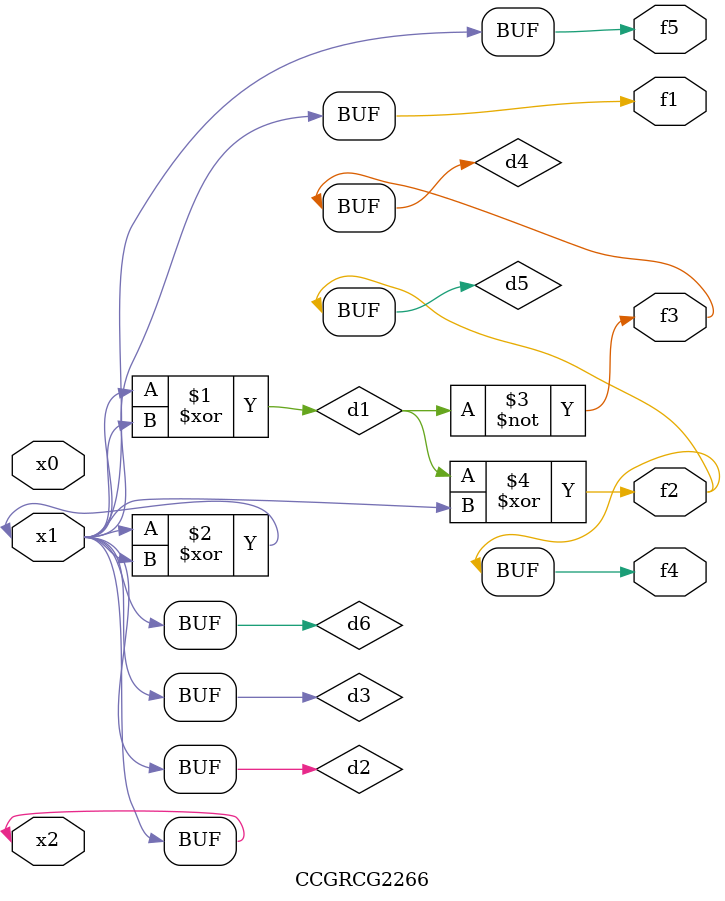
<source format=v>
module CCGRCG2266(
	input x0, x1, x2,
	output f1, f2, f3, f4, f5
);

	wire d1, d2, d3, d4, d5, d6;

	xor (d1, x1, x2);
	buf (d2, x1, x2);
	xor (d3, x1, x2);
	nor (d4, d1);
	xor (d5, d1, d2);
	buf (d6, d2, d3);
	assign f1 = d6;
	assign f2 = d5;
	assign f3 = d4;
	assign f4 = d5;
	assign f5 = d6;
endmodule

</source>
